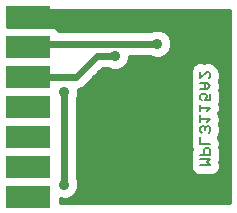
<source format=gbl>
G75*
%MOIN*%
%OFA0B0*%
%FSLAX25Y25*%
%IPPOS*%
%LPD*%
%AMOC8*
5,1,8,0,0,1.08239X$1,22.5*
%
%ADD10C,0.00700*%
%ADD11R,0.15000X0.07600*%
%ADD12C,0.02400*%
%ADD13C,0.03600*%
%ADD14C,0.01600*%
D10*
X0077850Y0017150D02*
X0081090Y0017150D01*
X0080010Y0018230D01*
X0081090Y0019310D01*
X0077850Y0019310D01*
X0077850Y0020775D02*
X0081090Y0020775D01*
X0081090Y0022395D01*
X0080550Y0022935D01*
X0079470Y0022935D01*
X0078930Y0022395D01*
X0078930Y0020775D01*
X0077850Y0024400D02*
X0077850Y0026560D01*
X0078390Y0028025D02*
X0077850Y0028565D01*
X0077850Y0029645D01*
X0078390Y0030185D01*
X0078930Y0030185D01*
X0079470Y0029645D01*
X0079470Y0029105D01*
X0079470Y0029645D02*
X0080010Y0030185D01*
X0080550Y0030185D01*
X0081090Y0029645D01*
X0081090Y0028565D01*
X0080550Y0028025D01*
X0081090Y0024400D02*
X0077850Y0024400D01*
X0077850Y0031651D02*
X0077850Y0033810D01*
X0077850Y0032730D02*
X0081090Y0032730D01*
X0080010Y0031651D01*
X0080010Y0035276D02*
X0081090Y0036356D01*
X0077850Y0036356D01*
X0077850Y0035276D02*
X0077850Y0037436D01*
X0078390Y0038901D02*
X0077850Y0039441D01*
X0077850Y0040521D01*
X0078390Y0041061D01*
X0079470Y0041061D01*
X0080010Y0040521D01*
X0080010Y0039981D01*
X0079470Y0038901D01*
X0081090Y0038901D01*
X0081090Y0041061D01*
X0080010Y0042526D02*
X0081090Y0043606D01*
X0080010Y0044686D01*
X0077850Y0044686D01*
X0077850Y0046151D02*
X0080010Y0048311D01*
X0080550Y0048311D01*
X0081090Y0047771D01*
X0081090Y0046691D01*
X0080550Y0046151D01*
X0079470Y0044686D02*
X0079470Y0042526D01*
X0080010Y0042526D02*
X0077850Y0042526D01*
X0077850Y0046151D02*
X0077850Y0048311D01*
D11*
X0020500Y0006800D03*
X0020500Y0016800D03*
X0020500Y0026800D03*
X0020500Y0036800D03*
X0020500Y0046800D03*
X0020500Y0056800D03*
X0020500Y0066800D03*
D12*
X0067500Y0066800D01*
X0069500Y0064800D01*
X0069500Y0053800D01*
X0064500Y0048800D01*
X0058500Y0048800D01*
X0058500Y0040800D01*
X0058500Y0020800D01*
X0042000Y0020300D01*
X0032500Y0010800D02*
X0032500Y0041800D01*
X0036500Y0046800D02*
X0043500Y0053800D01*
X0049500Y0053800D01*
X0036500Y0046800D02*
X0020500Y0046800D01*
X0020500Y0056800D02*
X0021500Y0057800D01*
X0063500Y0057800D01*
X0058500Y0020800D02*
X0058500Y0012800D01*
D13*
X0058500Y0012800D03*
X0042000Y0020300D03*
X0032500Y0010800D03*
X0058500Y0040800D03*
X0058500Y0048800D03*
X0049500Y0053800D03*
X0063500Y0057800D03*
X0032500Y0041800D03*
D14*
X0036900Y0039357D02*
X0037500Y0040805D01*
X0037500Y0042452D01*
X0038992Y0043070D01*
X0045323Y0049400D01*
X0047057Y0049400D01*
X0048505Y0048800D01*
X0050495Y0048800D01*
X0052332Y0049561D01*
X0053739Y0050968D01*
X0054500Y0052805D01*
X0054500Y0053400D01*
X0061057Y0053400D01*
X0062505Y0052800D01*
X0064495Y0052800D01*
X0066332Y0053561D01*
X0067739Y0054968D01*
X0068500Y0056805D01*
X0068500Y0058795D01*
X0067739Y0060632D01*
X0066332Y0062039D01*
X0064495Y0062800D01*
X0062505Y0062800D01*
X0061057Y0062200D01*
X0030801Y0062200D01*
X0030713Y0062413D01*
X0029813Y0063313D01*
X0028637Y0063800D01*
X0013700Y0063800D01*
X0013700Y0068600D01*
X0087300Y0068600D01*
X0087300Y0005000D01*
X0031200Y0005000D01*
X0031200Y0005927D01*
X0031505Y0005800D01*
X0033495Y0005800D01*
X0035332Y0006561D01*
X0036739Y0007968D01*
X0037500Y0009805D01*
X0037500Y0011795D01*
X0036900Y0013243D01*
X0036900Y0039357D01*
X0036900Y0038566D02*
X0074370Y0038566D01*
X0074423Y0038438D02*
X0074300Y0038142D01*
X0074300Y0034570D01*
X0074311Y0034543D01*
X0074300Y0034517D01*
X0074300Y0030944D01*
X0074423Y0030648D01*
X0074300Y0030351D01*
X0074300Y0027859D01*
X0074423Y0027563D01*
X0074300Y0027266D01*
X0074300Y0023694D01*
X0074758Y0022588D01*
X0074300Y0021481D01*
X0074300Y0020069D01*
X0074311Y0020042D01*
X0074300Y0020016D01*
X0074300Y0018604D01*
X0074455Y0018230D01*
X0074300Y0017856D01*
X0074300Y0016444D01*
X0074840Y0015139D01*
X0075839Y0014140D01*
X0077144Y0013600D01*
X0081796Y0013600D01*
X0082745Y0013993D01*
X0083101Y0014140D01*
X0084099Y0015139D01*
X0084328Y0015690D01*
X0084640Y0016444D01*
X0084640Y0017856D01*
X0084485Y0018230D01*
X0084640Y0018604D01*
X0084640Y0020016D01*
X0084629Y0020042D01*
X0084640Y0020069D01*
X0084640Y0021689D01*
X0084640Y0022403D01*
X0084640Y0023101D01*
X0084640Y0023101D01*
X0084517Y0023398D01*
X0084640Y0023694D01*
X0084640Y0025106D01*
X0084099Y0026411D01*
X0084028Y0026483D01*
X0084099Y0026554D01*
X0084099Y0026554D01*
X0084099Y0026554D01*
X0084515Y0027558D01*
X0084640Y0027859D01*
X0084640Y0027859D01*
X0084640Y0028939D01*
X0084640Y0029113D01*
X0084640Y0029271D01*
X0084640Y0029271D01*
X0084640Y0030351D01*
X0084640Y0030351D01*
X0084502Y0030683D01*
X0084293Y0031188D01*
X0084640Y0032024D01*
X0084640Y0033437D01*
X0084319Y0034212D01*
X0084181Y0034543D01*
X0084268Y0034753D01*
X0084640Y0035649D01*
X0084640Y0037062D01*
X0084405Y0037628D01*
X0084640Y0038195D01*
X0084640Y0041767D01*
X0084405Y0042333D01*
X0084640Y0042900D01*
X0084640Y0044312D01*
X0084301Y0045130D01*
X0084293Y0045148D01*
X0084502Y0045653D01*
X0084640Y0045985D01*
X0084640Y0047065D01*
X0084640Y0047223D01*
X0084640Y0047397D01*
X0084640Y0047397D01*
X0084640Y0048477D01*
X0084640Y0048477D01*
X0084515Y0048778D01*
X0084099Y0049782D01*
X0083342Y0050539D01*
X0083101Y0050780D01*
X0083101Y0050780D01*
X0082561Y0051320D01*
X0081716Y0051670D01*
X0081256Y0051861D01*
X0081256Y0051861D01*
X0081256Y0051861D01*
X0080542Y0051861D01*
X0079304Y0051861D01*
X0078930Y0051706D01*
X0078556Y0051861D01*
X0077144Y0051861D01*
X0075839Y0051320D01*
X0074840Y0050322D01*
X0074300Y0049017D01*
X0074300Y0045445D01*
X0074311Y0045418D01*
X0074300Y0045392D01*
X0074300Y0043980D01*
X0074455Y0043606D01*
X0074300Y0043232D01*
X0074300Y0041820D01*
X0074423Y0041523D01*
X0074300Y0041227D01*
X0074300Y0038735D01*
X0074423Y0038438D01*
X0074300Y0036967D02*
X0036900Y0036967D01*
X0036900Y0035369D02*
X0074300Y0035369D01*
X0074300Y0033770D02*
X0036900Y0033770D01*
X0036900Y0032172D02*
X0074300Y0032172D01*
X0074392Y0030573D02*
X0036900Y0030573D01*
X0036900Y0028975D02*
X0074300Y0028975D01*
X0074346Y0027376D02*
X0036900Y0027376D01*
X0036900Y0025778D02*
X0074300Y0025778D01*
X0074300Y0024179D02*
X0036900Y0024179D01*
X0036900Y0022581D02*
X0074755Y0022581D01*
X0074300Y0020982D02*
X0036900Y0020982D01*
X0036900Y0019384D02*
X0074300Y0019384D01*
X0074300Y0017785D02*
X0036900Y0017785D01*
X0036900Y0016187D02*
X0074407Y0016187D01*
X0075391Y0014588D02*
X0036900Y0014588D01*
X0037005Y0012990D02*
X0087300Y0012990D01*
X0087300Y0014588D02*
X0083548Y0014588D01*
X0083101Y0014140D02*
X0083101Y0014140D01*
X0083101Y0014140D01*
X0084533Y0016187D02*
X0087300Y0016187D01*
X0087300Y0017785D02*
X0084640Y0017785D01*
X0084640Y0019384D02*
X0087300Y0019384D01*
X0087300Y0020982D02*
X0084640Y0020982D01*
X0084640Y0021689D02*
X0084640Y0021689D01*
X0084640Y0022581D02*
X0087300Y0022581D01*
X0087300Y0024179D02*
X0084640Y0024179D01*
X0084640Y0023101D02*
X0084640Y0023101D01*
X0084362Y0025778D02*
X0087300Y0025778D01*
X0087300Y0027376D02*
X0084440Y0027376D01*
X0084640Y0027859D02*
X0084640Y0027859D01*
X0084640Y0028939D02*
X0084640Y0028939D01*
X0084640Y0028975D02*
X0087300Y0028975D01*
X0087300Y0030573D02*
X0084548Y0030573D01*
X0084640Y0030351D02*
X0084640Y0030351D01*
X0084640Y0032172D02*
X0087300Y0032172D01*
X0087300Y0033770D02*
X0084502Y0033770D01*
X0084523Y0035369D02*
X0087300Y0035369D01*
X0087300Y0036967D02*
X0084640Y0036967D01*
X0084640Y0038566D02*
X0087300Y0038566D01*
X0087300Y0040164D02*
X0084640Y0040164D01*
X0084640Y0041763D02*
X0087300Y0041763D01*
X0087300Y0043361D02*
X0084640Y0043361D01*
X0084371Y0044960D02*
X0087300Y0044960D01*
X0087300Y0046558D02*
X0084640Y0046558D01*
X0084640Y0047065D02*
X0084640Y0047065D01*
X0084640Y0045985D02*
X0084640Y0045985D01*
X0084640Y0045985D01*
X0084640Y0048157D02*
X0087300Y0048157D01*
X0087300Y0049755D02*
X0084110Y0049755D01*
X0084099Y0049782D02*
X0084099Y0049782D01*
X0084099Y0049782D01*
X0084640Y0048477D02*
X0084640Y0048477D01*
X0082480Y0051354D02*
X0087300Y0051354D01*
X0087300Y0052952D02*
X0064862Y0052952D01*
X0062138Y0052952D02*
X0054500Y0052952D01*
X0053899Y0051354D02*
X0075920Y0051354D01*
X0074606Y0049755D02*
X0052526Y0049755D01*
X0044079Y0048157D02*
X0074300Y0048157D01*
X0074300Y0046558D02*
X0042481Y0046558D01*
X0040882Y0044960D02*
X0074300Y0044960D01*
X0074354Y0043361D02*
X0039284Y0043361D01*
X0037500Y0041763D02*
X0074324Y0041763D01*
X0074300Y0040164D02*
X0037234Y0040164D01*
X0030582Y0062543D02*
X0061886Y0062543D01*
X0065114Y0062543D02*
X0087300Y0062543D01*
X0087300Y0060945D02*
X0067426Y0060945D01*
X0068271Y0059346D02*
X0087300Y0059346D01*
X0087300Y0057748D02*
X0068500Y0057748D01*
X0068228Y0056149D02*
X0087300Y0056149D01*
X0087300Y0054551D02*
X0067322Y0054551D01*
X0087300Y0064142D02*
X0013700Y0064142D01*
X0013700Y0065740D02*
X0087300Y0065740D01*
X0087300Y0067339D02*
X0013700Y0067339D01*
X0037500Y0011391D02*
X0087300Y0011391D01*
X0087300Y0009793D02*
X0037495Y0009793D01*
X0036833Y0008194D02*
X0087300Y0008194D01*
X0087300Y0006596D02*
X0035367Y0006596D01*
M02*

</source>
